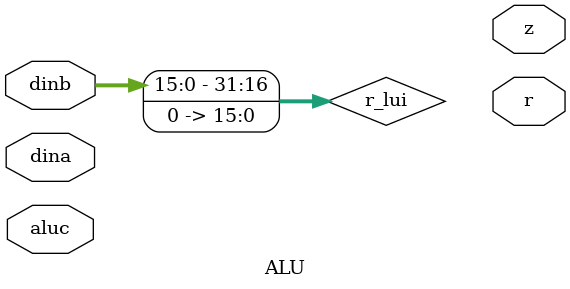
<source format=v>
`timescale 1ns / 1ps


module ALU (
  dina,     // data input a
  dinb,     // data input b
  aluc,     // ALU control
  r,        // return value
  z         // zero
);
  input[31:0] dina, dinb;
  input[3:0] aluc;
  output[31:0] r;
  output z;
  
  wire[32:0] r_add = dina + dinb;   // add, addi
  wire[32:0] r_minus = dina - dinb; // sub, subi, beq, bnq
  wire[31:0] r_and = dina & dinb;   // and
  wire[31:0] r_or = dina | dinb;    // or
  wire[31:0] r_xor = dina ^ dinb;   // xor
  wire[31:0] r_lui = {dinb[15:0], 16'b0};
  
  always @(*) begin
    case (aluc)
      
    endcase
  end


endmodule

</source>
